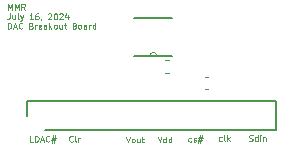
<source format=gbr>
%TF.GenerationSoftware,KiCad,Pcbnew,7.0.8*%
%TF.CreationDate,2024-07-17T00:02:23-04:00*%
%TF.ProjectId,AD5626_Breakout,41443536-3236-45f4-9272-65616b6f7574,rev?*%
%TF.SameCoordinates,Original*%
%TF.FileFunction,Legend,Top*%
%TF.FilePolarity,Positive*%
%FSLAX46Y46*%
G04 Gerber Fmt 4.6, Leading zero omitted, Abs format (unit mm)*
G04 Created by KiCad (PCBNEW 7.0.8) date 2024-07-17 00:02:23*
%MOMM*%
%LPD*%
G01*
G04 APERTURE LIST*
%ADD10C,0.100000*%
%ADD11C,0.200000*%
%ADD12C,0.120000*%
%ADD13C,0.152400*%
G04 APERTURE END LIST*
D10*
X135069122Y-108779800D02*
X135021503Y-108803609D01*
X135021503Y-108803609D02*
X134926265Y-108803609D01*
X134926265Y-108803609D02*
X134878646Y-108779800D01*
X134878646Y-108779800D02*
X134854836Y-108755990D01*
X134854836Y-108755990D02*
X134831027Y-108708371D01*
X134831027Y-108708371D02*
X134831027Y-108565514D01*
X134831027Y-108565514D02*
X134854836Y-108517895D01*
X134854836Y-108517895D02*
X134878646Y-108494085D01*
X134878646Y-108494085D02*
X134926265Y-108470276D01*
X134926265Y-108470276D02*
X135021503Y-108470276D01*
X135021503Y-108470276D02*
X135069122Y-108494085D01*
X135354836Y-108803609D02*
X135307217Y-108779800D01*
X135307217Y-108779800D02*
X135283407Y-108732180D01*
X135283407Y-108732180D02*
X135283407Y-108303609D01*
X135545312Y-108803609D02*
X135545312Y-108303609D01*
X135592931Y-108613133D02*
X135735788Y-108803609D01*
X135735788Y-108470276D02*
X135545312Y-108660752D01*
X126953408Y-108423609D02*
X127120074Y-108923609D01*
X127120074Y-108923609D02*
X127286741Y-108423609D01*
X127524836Y-108923609D02*
X127477217Y-108899800D01*
X127477217Y-108899800D02*
X127453407Y-108875990D01*
X127453407Y-108875990D02*
X127429598Y-108828371D01*
X127429598Y-108828371D02*
X127429598Y-108685514D01*
X127429598Y-108685514D02*
X127453407Y-108637895D01*
X127453407Y-108637895D02*
X127477217Y-108614085D01*
X127477217Y-108614085D02*
X127524836Y-108590276D01*
X127524836Y-108590276D02*
X127596264Y-108590276D01*
X127596264Y-108590276D02*
X127643883Y-108614085D01*
X127643883Y-108614085D02*
X127667693Y-108637895D01*
X127667693Y-108637895D02*
X127691502Y-108685514D01*
X127691502Y-108685514D02*
X127691502Y-108828371D01*
X127691502Y-108828371D02*
X127667693Y-108875990D01*
X127667693Y-108875990D02*
X127643883Y-108899800D01*
X127643883Y-108899800D02*
X127596264Y-108923609D01*
X127596264Y-108923609D02*
X127524836Y-108923609D01*
X128120074Y-108590276D02*
X128120074Y-108923609D01*
X127905788Y-108590276D02*
X127905788Y-108852180D01*
X127905788Y-108852180D02*
X127929598Y-108899800D01*
X127929598Y-108899800D02*
X127977217Y-108923609D01*
X127977217Y-108923609D02*
X128048645Y-108923609D01*
X128048645Y-108923609D02*
X128096264Y-108899800D01*
X128096264Y-108899800D02*
X128120074Y-108875990D01*
X128286741Y-108590276D02*
X128477217Y-108590276D01*
X128358169Y-108423609D02*
X128358169Y-108852180D01*
X128358169Y-108852180D02*
X128381979Y-108899800D01*
X128381979Y-108899800D02*
X128429598Y-108923609D01*
X128429598Y-108923609D02*
X128477217Y-108923609D01*
X132489122Y-108839800D02*
X132441503Y-108863609D01*
X132441503Y-108863609D02*
X132346265Y-108863609D01*
X132346265Y-108863609D02*
X132298646Y-108839800D01*
X132298646Y-108839800D02*
X132274836Y-108815990D01*
X132274836Y-108815990D02*
X132251027Y-108768371D01*
X132251027Y-108768371D02*
X132251027Y-108625514D01*
X132251027Y-108625514D02*
X132274836Y-108577895D01*
X132274836Y-108577895D02*
X132298646Y-108554085D01*
X132298646Y-108554085D02*
X132346265Y-108530276D01*
X132346265Y-108530276D02*
X132441503Y-108530276D01*
X132441503Y-108530276D02*
X132489122Y-108554085D01*
X132679598Y-108839800D02*
X132727217Y-108863609D01*
X132727217Y-108863609D02*
X132822455Y-108863609D01*
X132822455Y-108863609D02*
X132870074Y-108839800D01*
X132870074Y-108839800D02*
X132893883Y-108792180D01*
X132893883Y-108792180D02*
X132893883Y-108768371D01*
X132893883Y-108768371D02*
X132870074Y-108720752D01*
X132870074Y-108720752D02*
X132822455Y-108696942D01*
X132822455Y-108696942D02*
X132751026Y-108696942D01*
X132751026Y-108696942D02*
X132703407Y-108673133D01*
X132703407Y-108673133D02*
X132679598Y-108625514D01*
X132679598Y-108625514D02*
X132679598Y-108601704D01*
X132679598Y-108601704D02*
X132703407Y-108554085D01*
X132703407Y-108554085D02*
X132751026Y-108530276D01*
X132751026Y-108530276D02*
X132822455Y-108530276D01*
X132822455Y-108530276D02*
X132870074Y-108554085D01*
X133084360Y-108530276D02*
X133441502Y-108530276D01*
X133227217Y-108315990D02*
X133084360Y-108958847D01*
X133393883Y-108744561D02*
X133036741Y-108744561D01*
X133251026Y-108958847D02*
X133393883Y-108315990D01*
X129633408Y-108423609D02*
X129800074Y-108923609D01*
X129800074Y-108923609D02*
X129966741Y-108423609D01*
X130347693Y-108923609D02*
X130347693Y-108423609D01*
X130347693Y-108899800D02*
X130300074Y-108923609D01*
X130300074Y-108923609D02*
X130204836Y-108923609D01*
X130204836Y-108923609D02*
X130157217Y-108899800D01*
X130157217Y-108899800D02*
X130133407Y-108875990D01*
X130133407Y-108875990D02*
X130109598Y-108828371D01*
X130109598Y-108828371D02*
X130109598Y-108685514D01*
X130109598Y-108685514D02*
X130133407Y-108637895D01*
X130133407Y-108637895D02*
X130157217Y-108614085D01*
X130157217Y-108614085D02*
X130204836Y-108590276D01*
X130204836Y-108590276D02*
X130300074Y-108590276D01*
X130300074Y-108590276D02*
X130347693Y-108614085D01*
X130800074Y-108923609D02*
X130800074Y-108423609D01*
X130800074Y-108899800D02*
X130752455Y-108923609D01*
X130752455Y-108923609D02*
X130657217Y-108923609D01*
X130657217Y-108923609D02*
X130609598Y-108899800D01*
X130609598Y-108899800D02*
X130585788Y-108875990D01*
X130585788Y-108875990D02*
X130561979Y-108828371D01*
X130561979Y-108828371D02*
X130561979Y-108685514D01*
X130561979Y-108685514D02*
X130585788Y-108637895D01*
X130585788Y-108637895D02*
X130609598Y-108614085D01*
X130609598Y-108614085D02*
X130657217Y-108590276D01*
X130657217Y-108590276D02*
X130752455Y-108590276D01*
X130752455Y-108590276D02*
X130800074Y-108614085D01*
X137391027Y-108779800D02*
X137462455Y-108803609D01*
X137462455Y-108803609D02*
X137581503Y-108803609D01*
X137581503Y-108803609D02*
X137629122Y-108779800D01*
X137629122Y-108779800D02*
X137652931Y-108755990D01*
X137652931Y-108755990D02*
X137676741Y-108708371D01*
X137676741Y-108708371D02*
X137676741Y-108660752D01*
X137676741Y-108660752D02*
X137652931Y-108613133D01*
X137652931Y-108613133D02*
X137629122Y-108589323D01*
X137629122Y-108589323D02*
X137581503Y-108565514D01*
X137581503Y-108565514D02*
X137486265Y-108541704D01*
X137486265Y-108541704D02*
X137438646Y-108517895D01*
X137438646Y-108517895D02*
X137414836Y-108494085D01*
X137414836Y-108494085D02*
X137391027Y-108446466D01*
X137391027Y-108446466D02*
X137391027Y-108398847D01*
X137391027Y-108398847D02*
X137414836Y-108351228D01*
X137414836Y-108351228D02*
X137438646Y-108327419D01*
X137438646Y-108327419D02*
X137486265Y-108303609D01*
X137486265Y-108303609D02*
X137605312Y-108303609D01*
X137605312Y-108303609D02*
X137676741Y-108327419D01*
X138105312Y-108803609D02*
X138105312Y-108303609D01*
X138105312Y-108779800D02*
X138057693Y-108803609D01*
X138057693Y-108803609D02*
X137962455Y-108803609D01*
X137962455Y-108803609D02*
X137914836Y-108779800D01*
X137914836Y-108779800D02*
X137891026Y-108755990D01*
X137891026Y-108755990D02*
X137867217Y-108708371D01*
X137867217Y-108708371D02*
X137867217Y-108565514D01*
X137867217Y-108565514D02*
X137891026Y-108517895D01*
X137891026Y-108517895D02*
X137914836Y-108494085D01*
X137914836Y-108494085D02*
X137962455Y-108470276D01*
X137962455Y-108470276D02*
X138057693Y-108470276D01*
X138057693Y-108470276D02*
X138105312Y-108494085D01*
X138343407Y-108803609D02*
X138343407Y-108470276D01*
X138343407Y-108303609D02*
X138319598Y-108327419D01*
X138319598Y-108327419D02*
X138343407Y-108351228D01*
X138343407Y-108351228D02*
X138367217Y-108327419D01*
X138367217Y-108327419D02*
X138343407Y-108303609D01*
X138343407Y-108303609D02*
X138343407Y-108351228D01*
X138581502Y-108470276D02*
X138581502Y-108803609D01*
X138581502Y-108517895D02*
X138605312Y-108494085D01*
X138605312Y-108494085D02*
X138652931Y-108470276D01*
X138652931Y-108470276D02*
X138724359Y-108470276D01*
X138724359Y-108470276D02*
X138771978Y-108494085D01*
X138771978Y-108494085D02*
X138795788Y-108541704D01*
X138795788Y-108541704D02*
X138795788Y-108803609D01*
X116964836Y-97683609D02*
X116964836Y-97183609D01*
X116964836Y-97183609D02*
X117131503Y-97540752D01*
X117131503Y-97540752D02*
X117298169Y-97183609D01*
X117298169Y-97183609D02*
X117298169Y-97683609D01*
X117536265Y-97683609D02*
X117536265Y-97183609D01*
X117536265Y-97183609D02*
X117702932Y-97540752D01*
X117702932Y-97540752D02*
X117869598Y-97183609D01*
X117869598Y-97183609D02*
X117869598Y-97683609D01*
X118393408Y-97683609D02*
X118226742Y-97445514D01*
X118107694Y-97683609D02*
X118107694Y-97183609D01*
X118107694Y-97183609D02*
X118298170Y-97183609D01*
X118298170Y-97183609D02*
X118345789Y-97207419D01*
X118345789Y-97207419D02*
X118369599Y-97231228D01*
X118369599Y-97231228D02*
X118393408Y-97278847D01*
X118393408Y-97278847D02*
X118393408Y-97350276D01*
X118393408Y-97350276D02*
X118369599Y-97397895D01*
X118369599Y-97397895D02*
X118345789Y-97421704D01*
X118345789Y-97421704D02*
X118298170Y-97445514D01*
X118298170Y-97445514D02*
X118107694Y-97445514D01*
X117107693Y-97988609D02*
X117107693Y-98345752D01*
X117107693Y-98345752D02*
X117083884Y-98417180D01*
X117083884Y-98417180D02*
X117036265Y-98464800D01*
X117036265Y-98464800D02*
X116964836Y-98488609D01*
X116964836Y-98488609D02*
X116917217Y-98488609D01*
X117560074Y-98155276D02*
X117560074Y-98488609D01*
X117345788Y-98155276D02*
X117345788Y-98417180D01*
X117345788Y-98417180D02*
X117369598Y-98464800D01*
X117369598Y-98464800D02*
X117417217Y-98488609D01*
X117417217Y-98488609D02*
X117488645Y-98488609D01*
X117488645Y-98488609D02*
X117536264Y-98464800D01*
X117536264Y-98464800D02*
X117560074Y-98440990D01*
X117869598Y-98488609D02*
X117821979Y-98464800D01*
X117821979Y-98464800D02*
X117798169Y-98417180D01*
X117798169Y-98417180D02*
X117798169Y-97988609D01*
X118012455Y-98155276D02*
X118131503Y-98488609D01*
X118250550Y-98155276D02*
X118131503Y-98488609D01*
X118131503Y-98488609D02*
X118083884Y-98607657D01*
X118083884Y-98607657D02*
X118060074Y-98631466D01*
X118060074Y-98631466D02*
X118012455Y-98655276D01*
X119083883Y-98488609D02*
X118798169Y-98488609D01*
X118941026Y-98488609D02*
X118941026Y-97988609D01*
X118941026Y-97988609D02*
X118893407Y-98060038D01*
X118893407Y-98060038D02*
X118845788Y-98107657D01*
X118845788Y-98107657D02*
X118798169Y-98131466D01*
X119512454Y-97988609D02*
X119417216Y-97988609D01*
X119417216Y-97988609D02*
X119369597Y-98012419D01*
X119369597Y-98012419D02*
X119345787Y-98036228D01*
X119345787Y-98036228D02*
X119298168Y-98107657D01*
X119298168Y-98107657D02*
X119274359Y-98202895D01*
X119274359Y-98202895D02*
X119274359Y-98393371D01*
X119274359Y-98393371D02*
X119298168Y-98440990D01*
X119298168Y-98440990D02*
X119321978Y-98464800D01*
X119321978Y-98464800D02*
X119369597Y-98488609D01*
X119369597Y-98488609D02*
X119464835Y-98488609D01*
X119464835Y-98488609D02*
X119512454Y-98464800D01*
X119512454Y-98464800D02*
X119536263Y-98440990D01*
X119536263Y-98440990D02*
X119560073Y-98393371D01*
X119560073Y-98393371D02*
X119560073Y-98274323D01*
X119560073Y-98274323D02*
X119536263Y-98226704D01*
X119536263Y-98226704D02*
X119512454Y-98202895D01*
X119512454Y-98202895D02*
X119464835Y-98179085D01*
X119464835Y-98179085D02*
X119369597Y-98179085D01*
X119369597Y-98179085D02*
X119321978Y-98202895D01*
X119321978Y-98202895D02*
X119298168Y-98226704D01*
X119298168Y-98226704D02*
X119274359Y-98274323D01*
X119798168Y-98464800D02*
X119798168Y-98488609D01*
X119798168Y-98488609D02*
X119774358Y-98536228D01*
X119774358Y-98536228D02*
X119750549Y-98560038D01*
X120369596Y-98036228D02*
X120393405Y-98012419D01*
X120393405Y-98012419D02*
X120441024Y-97988609D01*
X120441024Y-97988609D02*
X120560072Y-97988609D01*
X120560072Y-97988609D02*
X120607691Y-98012419D01*
X120607691Y-98012419D02*
X120631500Y-98036228D01*
X120631500Y-98036228D02*
X120655310Y-98083847D01*
X120655310Y-98083847D02*
X120655310Y-98131466D01*
X120655310Y-98131466D02*
X120631500Y-98202895D01*
X120631500Y-98202895D02*
X120345786Y-98488609D01*
X120345786Y-98488609D02*
X120655310Y-98488609D01*
X120964833Y-97988609D02*
X121012452Y-97988609D01*
X121012452Y-97988609D02*
X121060071Y-98012419D01*
X121060071Y-98012419D02*
X121083881Y-98036228D01*
X121083881Y-98036228D02*
X121107690Y-98083847D01*
X121107690Y-98083847D02*
X121131500Y-98179085D01*
X121131500Y-98179085D02*
X121131500Y-98298133D01*
X121131500Y-98298133D02*
X121107690Y-98393371D01*
X121107690Y-98393371D02*
X121083881Y-98440990D01*
X121083881Y-98440990D02*
X121060071Y-98464800D01*
X121060071Y-98464800D02*
X121012452Y-98488609D01*
X121012452Y-98488609D02*
X120964833Y-98488609D01*
X120964833Y-98488609D02*
X120917214Y-98464800D01*
X120917214Y-98464800D02*
X120893405Y-98440990D01*
X120893405Y-98440990D02*
X120869595Y-98393371D01*
X120869595Y-98393371D02*
X120845786Y-98298133D01*
X120845786Y-98298133D02*
X120845786Y-98179085D01*
X120845786Y-98179085D02*
X120869595Y-98083847D01*
X120869595Y-98083847D02*
X120893405Y-98036228D01*
X120893405Y-98036228D02*
X120917214Y-98012419D01*
X120917214Y-98012419D02*
X120964833Y-97988609D01*
X121321976Y-98036228D02*
X121345785Y-98012419D01*
X121345785Y-98012419D02*
X121393404Y-97988609D01*
X121393404Y-97988609D02*
X121512452Y-97988609D01*
X121512452Y-97988609D02*
X121560071Y-98012419D01*
X121560071Y-98012419D02*
X121583880Y-98036228D01*
X121583880Y-98036228D02*
X121607690Y-98083847D01*
X121607690Y-98083847D02*
X121607690Y-98131466D01*
X121607690Y-98131466D02*
X121583880Y-98202895D01*
X121583880Y-98202895D02*
X121298166Y-98488609D01*
X121298166Y-98488609D02*
X121607690Y-98488609D01*
X122036261Y-98155276D02*
X122036261Y-98488609D01*
X121917213Y-97964800D02*
X121798166Y-98321942D01*
X121798166Y-98321942D02*
X122107689Y-98321942D01*
X116964836Y-99293609D02*
X116964836Y-98793609D01*
X116964836Y-98793609D02*
X117083884Y-98793609D01*
X117083884Y-98793609D02*
X117155312Y-98817419D01*
X117155312Y-98817419D02*
X117202931Y-98865038D01*
X117202931Y-98865038D02*
X117226741Y-98912657D01*
X117226741Y-98912657D02*
X117250550Y-99007895D01*
X117250550Y-99007895D02*
X117250550Y-99079323D01*
X117250550Y-99079323D02*
X117226741Y-99174561D01*
X117226741Y-99174561D02*
X117202931Y-99222180D01*
X117202931Y-99222180D02*
X117155312Y-99269800D01*
X117155312Y-99269800D02*
X117083884Y-99293609D01*
X117083884Y-99293609D02*
X116964836Y-99293609D01*
X117441027Y-99150752D02*
X117679122Y-99150752D01*
X117393408Y-99293609D02*
X117560074Y-98793609D01*
X117560074Y-98793609D02*
X117726741Y-99293609D01*
X118179121Y-99245990D02*
X118155312Y-99269800D01*
X118155312Y-99269800D02*
X118083883Y-99293609D01*
X118083883Y-99293609D02*
X118036264Y-99293609D01*
X118036264Y-99293609D02*
X117964836Y-99269800D01*
X117964836Y-99269800D02*
X117917217Y-99222180D01*
X117917217Y-99222180D02*
X117893407Y-99174561D01*
X117893407Y-99174561D02*
X117869598Y-99079323D01*
X117869598Y-99079323D02*
X117869598Y-99007895D01*
X117869598Y-99007895D02*
X117893407Y-98912657D01*
X117893407Y-98912657D02*
X117917217Y-98865038D01*
X117917217Y-98865038D02*
X117964836Y-98817419D01*
X117964836Y-98817419D02*
X118036264Y-98793609D01*
X118036264Y-98793609D02*
X118083883Y-98793609D01*
X118083883Y-98793609D02*
X118155312Y-98817419D01*
X118155312Y-98817419D02*
X118179121Y-98841228D01*
X118941026Y-99031704D02*
X119012454Y-99055514D01*
X119012454Y-99055514D02*
X119036264Y-99079323D01*
X119036264Y-99079323D02*
X119060073Y-99126942D01*
X119060073Y-99126942D02*
X119060073Y-99198371D01*
X119060073Y-99198371D02*
X119036264Y-99245990D01*
X119036264Y-99245990D02*
X119012454Y-99269800D01*
X119012454Y-99269800D02*
X118964835Y-99293609D01*
X118964835Y-99293609D02*
X118774359Y-99293609D01*
X118774359Y-99293609D02*
X118774359Y-98793609D01*
X118774359Y-98793609D02*
X118941026Y-98793609D01*
X118941026Y-98793609D02*
X118988645Y-98817419D01*
X118988645Y-98817419D02*
X119012454Y-98841228D01*
X119012454Y-98841228D02*
X119036264Y-98888847D01*
X119036264Y-98888847D02*
X119036264Y-98936466D01*
X119036264Y-98936466D02*
X119012454Y-98984085D01*
X119012454Y-98984085D02*
X118988645Y-99007895D01*
X118988645Y-99007895D02*
X118941026Y-99031704D01*
X118941026Y-99031704D02*
X118774359Y-99031704D01*
X119274359Y-99293609D02*
X119274359Y-98960276D01*
X119274359Y-99055514D02*
X119298169Y-99007895D01*
X119298169Y-99007895D02*
X119321978Y-98984085D01*
X119321978Y-98984085D02*
X119369597Y-98960276D01*
X119369597Y-98960276D02*
X119417216Y-98960276D01*
X119774359Y-99269800D02*
X119726740Y-99293609D01*
X119726740Y-99293609D02*
X119631502Y-99293609D01*
X119631502Y-99293609D02*
X119583883Y-99269800D01*
X119583883Y-99269800D02*
X119560074Y-99222180D01*
X119560074Y-99222180D02*
X119560074Y-99031704D01*
X119560074Y-99031704D02*
X119583883Y-98984085D01*
X119583883Y-98984085D02*
X119631502Y-98960276D01*
X119631502Y-98960276D02*
X119726740Y-98960276D01*
X119726740Y-98960276D02*
X119774359Y-98984085D01*
X119774359Y-98984085D02*
X119798169Y-99031704D01*
X119798169Y-99031704D02*
X119798169Y-99079323D01*
X119798169Y-99079323D02*
X119560074Y-99126942D01*
X120226740Y-99293609D02*
X120226740Y-99031704D01*
X120226740Y-99031704D02*
X120202930Y-98984085D01*
X120202930Y-98984085D02*
X120155311Y-98960276D01*
X120155311Y-98960276D02*
X120060073Y-98960276D01*
X120060073Y-98960276D02*
X120012454Y-98984085D01*
X120226740Y-99269800D02*
X120179121Y-99293609D01*
X120179121Y-99293609D02*
X120060073Y-99293609D01*
X120060073Y-99293609D02*
X120012454Y-99269800D01*
X120012454Y-99269800D02*
X119988645Y-99222180D01*
X119988645Y-99222180D02*
X119988645Y-99174561D01*
X119988645Y-99174561D02*
X120012454Y-99126942D01*
X120012454Y-99126942D02*
X120060073Y-99103133D01*
X120060073Y-99103133D02*
X120179121Y-99103133D01*
X120179121Y-99103133D02*
X120226740Y-99079323D01*
X120464835Y-99293609D02*
X120464835Y-98793609D01*
X120512454Y-99103133D02*
X120655311Y-99293609D01*
X120655311Y-98960276D02*
X120464835Y-99150752D01*
X120941026Y-99293609D02*
X120893407Y-99269800D01*
X120893407Y-99269800D02*
X120869597Y-99245990D01*
X120869597Y-99245990D02*
X120845788Y-99198371D01*
X120845788Y-99198371D02*
X120845788Y-99055514D01*
X120845788Y-99055514D02*
X120869597Y-99007895D01*
X120869597Y-99007895D02*
X120893407Y-98984085D01*
X120893407Y-98984085D02*
X120941026Y-98960276D01*
X120941026Y-98960276D02*
X121012454Y-98960276D01*
X121012454Y-98960276D02*
X121060073Y-98984085D01*
X121060073Y-98984085D02*
X121083883Y-99007895D01*
X121083883Y-99007895D02*
X121107692Y-99055514D01*
X121107692Y-99055514D02*
X121107692Y-99198371D01*
X121107692Y-99198371D02*
X121083883Y-99245990D01*
X121083883Y-99245990D02*
X121060073Y-99269800D01*
X121060073Y-99269800D02*
X121012454Y-99293609D01*
X121012454Y-99293609D02*
X120941026Y-99293609D01*
X121536264Y-98960276D02*
X121536264Y-99293609D01*
X121321978Y-98960276D02*
X121321978Y-99222180D01*
X121321978Y-99222180D02*
X121345788Y-99269800D01*
X121345788Y-99269800D02*
X121393407Y-99293609D01*
X121393407Y-99293609D02*
X121464835Y-99293609D01*
X121464835Y-99293609D02*
X121512454Y-99269800D01*
X121512454Y-99269800D02*
X121536264Y-99245990D01*
X121702931Y-98960276D02*
X121893407Y-98960276D01*
X121774359Y-98793609D02*
X121774359Y-99222180D01*
X121774359Y-99222180D02*
X121798169Y-99269800D01*
X121798169Y-99269800D02*
X121845788Y-99293609D01*
X121845788Y-99293609D02*
X121893407Y-99293609D01*
X122607692Y-99031704D02*
X122679120Y-99055514D01*
X122679120Y-99055514D02*
X122702930Y-99079323D01*
X122702930Y-99079323D02*
X122726739Y-99126942D01*
X122726739Y-99126942D02*
X122726739Y-99198371D01*
X122726739Y-99198371D02*
X122702930Y-99245990D01*
X122702930Y-99245990D02*
X122679120Y-99269800D01*
X122679120Y-99269800D02*
X122631501Y-99293609D01*
X122631501Y-99293609D02*
X122441025Y-99293609D01*
X122441025Y-99293609D02*
X122441025Y-98793609D01*
X122441025Y-98793609D02*
X122607692Y-98793609D01*
X122607692Y-98793609D02*
X122655311Y-98817419D01*
X122655311Y-98817419D02*
X122679120Y-98841228D01*
X122679120Y-98841228D02*
X122702930Y-98888847D01*
X122702930Y-98888847D02*
X122702930Y-98936466D01*
X122702930Y-98936466D02*
X122679120Y-98984085D01*
X122679120Y-98984085D02*
X122655311Y-99007895D01*
X122655311Y-99007895D02*
X122607692Y-99031704D01*
X122607692Y-99031704D02*
X122441025Y-99031704D01*
X123012454Y-99293609D02*
X122964835Y-99269800D01*
X122964835Y-99269800D02*
X122941025Y-99245990D01*
X122941025Y-99245990D02*
X122917216Y-99198371D01*
X122917216Y-99198371D02*
X122917216Y-99055514D01*
X122917216Y-99055514D02*
X122941025Y-99007895D01*
X122941025Y-99007895D02*
X122964835Y-98984085D01*
X122964835Y-98984085D02*
X123012454Y-98960276D01*
X123012454Y-98960276D02*
X123083882Y-98960276D01*
X123083882Y-98960276D02*
X123131501Y-98984085D01*
X123131501Y-98984085D02*
X123155311Y-99007895D01*
X123155311Y-99007895D02*
X123179120Y-99055514D01*
X123179120Y-99055514D02*
X123179120Y-99198371D01*
X123179120Y-99198371D02*
X123155311Y-99245990D01*
X123155311Y-99245990D02*
X123131501Y-99269800D01*
X123131501Y-99269800D02*
X123083882Y-99293609D01*
X123083882Y-99293609D02*
X123012454Y-99293609D01*
X123607692Y-99293609D02*
X123607692Y-99031704D01*
X123607692Y-99031704D02*
X123583882Y-98984085D01*
X123583882Y-98984085D02*
X123536263Y-98960276D01*
X123536263Y-98960276D02*
X123441025Y-98960276D01*
X123441025Y-98960276D02*
X123393406Y-98984085D01*
X123607692Y-99269800D02*
X123560073Y-99293609D01*
X123560073Y-99293609D02*
X123441025Y-99293609D01*
X123441025Y-99293609D02*
X123393406Y-99269800D01*
X123393406Y-99269800D02*
X123369597Y-99222180D01*
X123369597Y-99222180D02*
X123369597Y-99174561D01*
X123369597Y-99174561D02*
X123393406Y-99126942D01*
X123393406Y-99126942D02*
X123441025Y-99103133D01*
X123441025Y-99103133D02*
X123560073Y-99103133D01*
X123560073Y-99103133D02*
X123607692Y-99079323D01*
X123845787Y-99293609D02*
X123845787Y-98960276D01*
X123845787Y-99055514D02*
X123869597Y-99007895D01*
X123869597Y-99007895D02*
X123893406Y-98984085D01*
X123893406Y-98984085D02*
X123941025Y-98960276D01*
X123941025Y-98960276D02*
X123988644Y-98960276D01*
X124369597Y-99293609D02*
X124369597Y-98793609D01*
X124369597Y-99269800D02*
X124321978Y-99293609D01*
X124321978Y-99293609D02*
X124226740Y-99293609D01*
X124226740Y-99293609D02*
X124179121Y-99269800D01*
X124179121Y-99269800D02*
X124155311Y-99245990D01*
X124155311Y-99245990D02*
X124131502Y-99198371D01*
X124131502Y-99198371D02*
X124131502Y-99055514D01*
X124131502Y-99055514D02*
X124155311Y-99007895D01*
X124155311Y-99007895D02*
X124179121Y-98984085D01*
X124179121Y-98984085D02*
X124226740Y-98960276D01*
X124226740Y-98960276D02*
X124321978Y-98960276D01*
X124321978Y-98960276D02*
X124369597Y-98984085D01*
X122460550Y-108815990D02*
X122436741Y-108839800D01*
X122436741Y-108839800D02*
X122365312Y-108863609D01*
X122365312Y-108863609D02*
X122317693Y-108863609D01*
X122317693Y-108863609D02*
X122246265Y-108839800D01*
X122246265Y-108839800D02*
X122198646Y-108792180D01*
X122198646Y-108792180D02*
X122174836Y-108744561D01*
X122174836Y-108744561D02*
X122151027Y-108649323D01*
X122151027Y-108649323D02*
X122151027Y-108577895D01*
X122151027Y-108577895D02*
X122174836Y-108482657D01*
X122174836Y-108482657D02*
X122198646Y-108435038D01*
X122198646Y-108435038D02*
X122246265Y-108387419D01*
X122246265Y-108387419D02*
X122317693Y-108363609D01*
X122317693Y-108363609D02*
X122365312Y-108363609D01*
X122365312Y-108363609D02*
X122436741Y-108387419D01*
X122436741Y-108387419D02*
X122460550Y-108411228D01*
X122746265Y-108863609D02*
X122698646Y-108839800D01*
X122698646Y-108839800D02*
X122674836Y-108792180D01*
X122674836Y-108792180D02*
X122674836Y-108363609D01*
X122936741Y-108863609D02*
X122936741Y-108530276D01*
X122936741Y-108625514D02*
X122960551Y-108577895D01*
X122960551Y-108577895D02*
X122984360Y-108554085D01*
X122984360Y-108554085D02*
X123031979Y-108530276D01*
X123031979Y-108530276D02*
X123079598Y-108530276D01*
X119102931Y-108863609D02*
X118864836Y-108863609D01*
X118864836Y-108863609D02*
X118864836Y-108363609D01*
X119269598Y-108863609D02*
X119269598Y-108363609D01*
X119269598Y-108363609D02*
X119388646Y-108363609D01*
X119388646Y-108363609D02*
X119460074Y-108387419D01*
X119460074Y-108387419D02*
X119507693Y-108435038D01*
X119507693Y-108435038D02*
X119531503Y-108482657D01*
X119531503Y-108482657D02*
X119555312Y-108577895D01*
X119555312Y-108577895D02*
X119555312Y-108649323D01*
X119555312Y-108649323D02*
X119531503Y-108744561D01*
X119531503Y-108744561D02*
X119507693Y-108792180D01*
X119507693Y-108792180D02*
X119460074Y-108839800D01*
X119460074Y-108839800D02*
X119388646Y-108863609D01*
X119388646Y-108863609D02*
X119269598Y-108863609D01*
X119745789Y-108720752D02*
X119983884Y-108720752D01*
X119698170Y-108863609D02*
X119864836Y-108363609D01*
X119864836Y-108363609D02*
X120031503Y-108863609D01*
X120483883Y-108815990D02*
X120460074Y-108839800D01*
X120460074Y-108839800D02*
X120388645Y-108863609D01*
X120388645Y-108863609D02*
X120341026Y-108863609D01*
X120341026Y-108863609D02*
X120269598Y-108839800D01*
X120269598Y-108839800D02*
X120221979Y-108792180D01*
X120221979Y-108792180D02*
X120198169Y-108744561D01*
X120198169Y-108744561D02*
X120174360Y-108649323D01*
X120174360Y-108649323D02*
X120174360Y-108577895D01*
X120174360Y-108577895D02*
X120198169Y-108482657D01*
X120198169Y-108482657D02*
X120221979Y-108435038D01*
X120221979Y-108435038D02*
X120269598Y-108387419D01*
X120269598Y-108387419D02*
X120341026Y-108363609D01*
X120341026Y-108363609D02*
X120388645Y-108363609D01*
X120388645Y-108363609D02*
X120460074Y-108387419D01*
X120460074Y-108387419D02*
X120483883Y-108411228D01*
X120674360Y-108530276D02*
X121031502Y-108530276D01*
X120817217Y-108315990D02*
X120674360Y-108958847D01*
X120983883Y-108744561D02*
X120626741Y-108744561D01*
X120841026Y-108958847D02*
X120983883Y-108315990D01*
D11*
%TO.C,J1*%
X118560000Y-105400000D02*
X118560000Y-106650000D01*
X120080000Y-107900000D02*
X139630000Y-107900000D01*
X139630000Y-105400000D02*
X118560000Y-105400000D01*
X139630000Y-107900000D02*
X139630000Y-105400000D01*
D12*
%TO.C,C2*%
X133613733Y-103340000D02*
X133906267Y-103340000D01*
X133613733Y-104360000D02*
X133906267Y-104360000D01*
%TO.C,C1*%
X130586267Y-103000000D02*
X130293733Y-103000000D01*
X130586267Y-101980000D02*
X130293733Y-101980000D01*
D13*
%TO.C,U1*%
X130871500Y-98408400D02*
X127671100Y-98408400D01*
X129576100Y-101608800D02*
X130871500Y-101608800D01*
X128966500Y-101608800D02*
X129576100Y-101608800D01*
X127671100Y-101608800D02*
X128966500Y-101608800D01*
D10*
X129576100Y-101608800D02*
G75*
G03*
X128966500Y-101608800I-304800J0D01*
G01*
%TD*%
M02*

</source>
